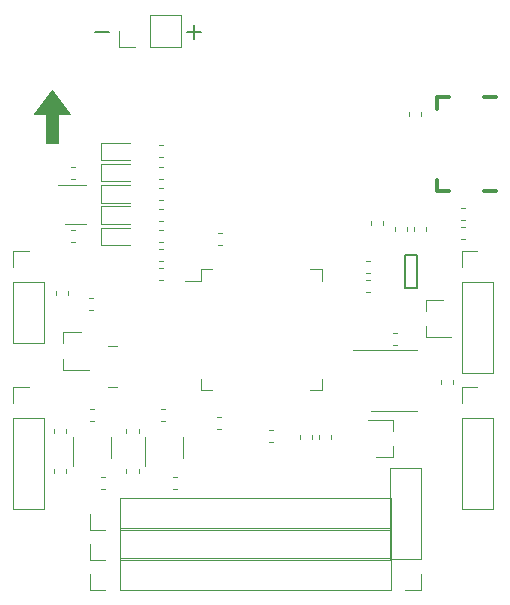
<source format=gto>
G04 #@! TF.GenerationSoftware,KiCad,Pcbnew,(5.1.2)-1*
G04 #@! TF.CreationDate,2019-05-17T16:38:47+12:00*
G04 #@! TF.ProjectId,SimpleFCv2,53696d70-6c65-4464-9376-322e6b696361,rev?*
G04 #@! TF.SameCoordinates,Original*
G04 #@! TF.FileFunction,Legend,Top*
G04 #@! TF.FilePolarity,Positive*
%FSLAX46Y46*%
G04 Gerber Fmt 4.6, Leading zero omitted, Abs format (unit mm)*
G04 Created by KiCad (PCBNEW (5.1.2)-1) date 2019-05-17 16:38:47*
%MOMM*%
%LPD*%
G04 APERTURE LIST*
%ADD10C,0.200000*%
%ADD11C,0.100000*%
%ADD12C,0.120000*%
%ADD13C,0.150000*%
%ADD14C,0.304800*%
G04 APERTURE END LIST*
D10*
X141428571Y-75107142D02*
X142571428Y-75107142D01*
X142000000Y-75678571D02*
X142000000Y-74535714D01*
X133628571Y-75107142D02*
X134771428Y-75107142D01*
D11*
G36*
X131500000Y-82000000D02*
G01*
X130500000Y-82000000D01*
X130500000Y-84500000D01*
X129500000Y-84500000D01*
X129500000Y-82000000D01*
X128500000Y-82000000D01*
X130000000Y-80000000D01*
X131500000Y-82000000D01*
G37*
X131500000Y-82000000D02*
X130500000Y-82000000D01*
X130500000Y-84500000D01*
X129500000Y-84500000D01*
X129500000Y-82000000D01*
X128500000Y-82000000D01*
X130000000Y-80000000D01*
X131500000Y-82000000D01*
D12*
X151860000Y-105410000D02*
X152810000Y-105410000D01*
X152810000Y-105410000D02*
X152810000Y-104460000D01*
X143540000Y-105410000D02*
X142590000Y-105410000D01*
X142590000Y-105410000D02*
X142590000Y-104460000D01*
X151860000Y-95190000D02*
X152810000Y-95190000D01*
X152810000Y-95190000D02*
X152810000Y-96140000D01*
X143540000Y-95190000D02*
X142590000Y-95190000D01*
X142590000Y-95190000D02*
X142590000Y-96140000D01*
X142590000Y-96140000D02*
X141250000Y-96140000D01*
X133103733Y-98610000D02*
X133446267Y-98610000D01*
X133103733Y-97590000D02*
X133446267Y-97590000D01*
X152010000Y-109228733D02*
X152010000Y-109571267D01*
X150990000Y-109228733D02*
X150990000Y-109571267D01*
X156528733Y-97110000D02*
X156871267Y-97110000D01*
X156528733Y-96090000D02*
X156871267Y-96090000D01*
X139396267Y-94510000D02*
X139053733Y-94510000D01*
X139396267Y-93490000D02*
X139053733Y-93490000D01*
X139396267Y-95090000D02*
X139053733Y-95090000D01*
X139396267Y-96110000D02*
X139053733Y-96110000D01*
X144296267Y-107690000D02*
X143953733Y-107690000D01*
X144296267Y-108710000D02*
X143953733Y-108710000D01*
X153610000Y-109228733D02*
X153610000Y-109571267D01*
X152590000Y-109228733D02*
X152590000Y-109571267D01*
X156528733Y-95510000D02*
X156871267Y-95510000D01*
X156528733Y-94490000D02*
X156871267Y-94490000D01*
X144003733Y-93110000D02*
X144346267Y-93110000D01*
X144003733Y-92090000D02*
X144346267Y-92090000D01*
X139228733Y-106990000D02*
X139571267Y-106990000D01*
X139228733Y-108010000D02*
X139571267Y-108010000D01*
X137310000Y-109071267D02*
X137310000Y-108728733D01*
X136290000Y-109071267D02*
X136290000Y-108728733D01*
X133228733Y-108010000D02*
X133571267Y-108010000D01*
X133228733Y-106990000D02*
X133571267Y-106990000D01*
X159196267Y-101610000D02*
X158853733Y-101610000D01*
X159196267Y-100590000D02*
X158853733Y-100590000D01*
X130190000Y-109071267D02*
X130190000Y-108728733D01*
X131210000Y-109071267D02*
X131210000Y-108728733D01*
X164946267Y-89990000D02*
X164603733Y-89990000D01*
X164946267Y-91010000D02*
X164603733Y-91010000D01*
X130940000Y-100520000D02*
X132400000Y-100520000D01*
X130940000Y-103680000D02*
X133100000Y-103680000D01*
X130940000Y-103680000D02*
X130940000Y-102750000D01*
X130940000Y-100520000D02*
X130940000Y-101450000D01*
X134165000Y-93135000D02*
X136625000Y-93135000D01*
X134165000Y-91665000D02*
X134165000Y-93135000D01*
X136625000Y-91665000D02*
X134165000Y-91665000D01*
X136625000Y-88065000D02*
X134165000Y-88065000D01*
X134165000Y-88065000D02*
X134165000Y-89535000D01*
X134165000Y-89535000D02*
X136625000Y-89535000D01*
X136625000Y-89865000D02*
X134165000Y-89865000D01*
X134165000Y-89865000D02*
X134165000Y-91335000D01*
X134165000Y-91335000D02*
X136625000Y-91335000D01*
X134165000Y-85935000D02*
X136625000Y-85935000D01*
X134165000Y-84465000D02*
X134165000Y-85935000D01*
X136625000Y-84465000D02*
X134165000Y-84465000D01*
X161640000Y-97770000D02*
X163100000Y-97770000D01*
X161640000Y-100930000D02*
X163800000Y-100930000D01*
X161640000Y-100930000D02*
X161640000Y-100000000D01*
X161640000Y-97770000D02*
X161640000Y-98700000D01*
D13*
X160850000Y-96800000D02*
X159850000Y-96800000D01*
X160850000Y-94000000D02*
X159850000Y-94000000D01*
X160850000Y-94000000D02*
X160850000Y-96800000D01*
X159850000Y-96800000D02*
X159850000Y-94000000D01*
D12*
X158860000Y-111080000D02*
X158860000Y-110150000D01*
X158860000Y-107920000D02*
X158860000Y-108850000D01*
X158860000Y-107920000D02*
X156700000Y-107920000D01*
X158860000Y-111080000D02*
X157400000Y-111080000D01*
X140870000Y-76330000D02*
X140870000Y-73670000D01*
X138270000Y-76330000D02*
X140870000Y-76330000D01*
X138270000Y-73670000D02*
X140870000Y-73670000D01*
X138270000Y-76330000D02*
X138270000Y-73670000D01*
X137000000Y-76330000D02*
X135670000Y-76330000D01*
X135670000Y-76330000D02*
X135670000Y-75000000D01*
X164670000Y-105170000D02*
X166000000Y-105170000D01*
X164670000Y-106500000D02*
X164670000Y-105170000D01*
X164670000Y-107770000D02*
X167330000Y-107770000D01*
X167330000Y-107770000D02*
X167330000Y-115450000D01*
X164670000Y-107770000D02*
X164670000Y-115450000D01*
X164670000Y-115450000D02*
X167330000Y-115450000D01*
X164670000Y-103950000D02*
X167330000Y-103950000D01*
X164670000Y-96270000D02*
X164670000Y-103950000D01*
X167330000Y-96270000D02*
X167330000Y-103950000D01*
X164670000Y-96270000D02*
X167330000Y-96270000D01*
X164670000Y-95000000D02*
X164670000Y-93670000D01*
X164670000Y-93670000D02*
X166000000Y-93670000D01*
X158690000Y-117250000D02*
X158690000Y-114590000D01*
X135770000Y-117250000D02*
X158690000Y-117250000D01*
X135770000Y-114590000D02*
X158690000Y-114590000D01*
X135770000Y-117250000D02*
X135770000Y-114590000D01*
X134500000Y-117250000D02*
X133170000Y-117250000D01*
X133170000Y-117250000D02*
X133170000Y-115920000D01*
X133170000Y-119780000D02*
X133170000Y-118450000D01*
X134500000Y-119780000D02*
X133170000Y-119780000D01*
X135770000Y-119780000D02*
X135770000Y-117120000D01*
X135770000Y-117120000D02*
X158690000Y-117120000D01*
X135770000Y-119780000D02*
X158690000Y-119780000D01*
X158690000Y-119780000D02*
X158690000Y-117120000D01*
X158690000Y-122330000D02*
X158690000Y-119670000D01*
X135770000Y-122330000D02*
X158690000Y-122330000D01*
X135770000Y-119670000D02*
X158690000Y-119670000D01*
X135770000Y-122330000D02*
X135770000Y-119670000D01*
X134500000Y-122330000D02*
X133170000Y-122330000D01*
X133170000Y-122330000D02*
X133170000Y-121000000D01*
X126670000Y-101410000D02*
X129330000Y-101410000D01*
X126670000Y-96270000D02*
X126670000Y-101410000D01*
X129330000Y-96270000D02*
X129330000Y-101410000D01*
X126670000Y-96270000D02*
X129330000Y-96270000D01*
X126670000Y-95000000D02*
X126670000Y-93670000D01*
X126670000Y-93670000D02*
X128000000Y-93670000D01*
X126670000Y-105170000D02*
X128000000Y-105170000D01*
X126670000Y-106500000D02*
X126670000Y-105170000D01*
X126670000Y-107770000D02*
X129330000Y-107770000D01*
X129330000Y-107770000D02*
X129330000Y-115450000D01*
X126670000Y-107770000D02*
X126670000Y-115450000D01*
X126670000Y-115450000D02*
X129330000Y-115450000D01*
D14*
X162620580Y-88592880D02*
X163601020Y-88592880D01*
X163601020Y-88592880D02*
X163601020Y-88597960D01*
X162600260Y-88597960D02*
X162600260Y-87599740D01*
X163601020Y-80602040D02*
X162600260Y-80602040D01*
X162600260Y-80602040D02*
X162600260Y-81600260D01*
X166598220Y-88597960D02*
X167598980Y-88597960D01*
X166598220Y-80602040D02*
X167598980Y-80602040D01*
D12*
X131310000Y-97396267D02*
X131310000Y-97053733D01*
X130290000Y-97396267D02*
X130290000Y-97053733D01*
X148696267Y-109810000D02*
X148353733Y-109810000D01*
X148696267Y-108790000D02*
X148353733Y-108790000D01*
X156990000Y-91421267D02*
X156990000Y-91078733D01*
X158010000Y-91421267D02*
X158010000Y-91078733D01*
X139053733Y-91890000D02*
X139396267Y-91890000D01*
X139053733Y-92910000D02*
X139396267Y-92910000D01*
X139053733Y-88290000D02*
X139396267Y-88290000D01*
X139053733Y-89310000D02*
X139396267Y-89310000D01*
X139053733Y-90090000D02*
X139396267Y-90090000D01*
X139053733Y-91110000D02*
X139396267Y-91110000D01*
X139053733Y-85710000D02*
X139396267Y-85710000D01*
X139053733Y-84690000D02*
X139396267Y-84690000D01*
X136290000Y-112128733D02*
X136290000Y-112471267D01*
X137310000Y-112128733D02*
X137310000Y-112471267D01*
X140228733Y-112790000D02*
X140571267Y-112790000D01*
X140228733Y-113810000D02*
X140571267Y-113810000D01*
X163910000Y-104871267D02*
X163910000Y-104528733D01*
X162890000Y-104871267D02*
X162890000Y-104528733D01*
X130190000Y-112128733D02*
X130190000Y-112471267D01*
X131210000Y-112128733D02*
X131210000Y-112471267D01*
X134128733Y-112790000D02*
X134471267Y-112790000D01*
X134128733Y-113810000D02*
X134471267Y-113810000D01*
X159040000Y-91946267D02*
X159040000Y-91603733D01*
X160060000Y-91946267D02*
X160060000Y-91603733D01*
X161660000Y-91946267D02*
X161660000Y-91603733D01*
X160640000Y-91946267D02*
X160640000Y-91603733D01*
X160190000Y-81853733D02*
X160190000Y-82196267D01*
X161210000Y-81853733D02*
X161210000Y-82196267D01*
X164603733Y-91590000D02*
X164946267Y-91590000D01*
X164603733Y-92610000D02*
X164946267Y-92610000D01*
X135500000Y-105120000D02*
X134700000Y-105120000D01*
X135500000Y-101680000D02*
X134700000Y-101680000D01*
X137890000Y-109400000D02*
X137890000Y-111850000D01*
X141110000Y-111200000D02*
X141110000Y-109400000D01*
X135010000Y-111200000D02*
X135010000Y-109400000D01*
X131790000Y-109400000D02*
X131790000Y-111850000D01*
X158900000Y-107160000D02*
X160850000Y-107160000D01*
X158900000Y-107160000D02*
X156950000Y-107160000D01*
X158900000Y-102040000D02*
X160850000Y-102040000D01*
X158900000Y-102040000D02*
X155450000Y-102040000D01*
X136625000Y-86265000D02*
X134165000Y-86265000D01*
X134165000Y-86265000D02*
X134165000Y-87735000D01*
X134165000Y-87735000D02*
X136625000Y-87735000D01*
X131100000Y-91310000D02*
X132900000Y-91310000D01*
X132900000Y-88090000D02*
X130450000Y-88090000D01*
X131971267Y-86490000D02*
X131628733Y-86490000D01*
X131971267Y-87510000D02*
X131628733Y-87510000D01*
X131971267Y-92910000D02*
X131628733Y-92910000D01*
X131971267Y-91890000D02*
X131628733Y-91890000D01*
X139053733Y-86490000D02*
X139396267Y-86490000D01*
X139053733Y-87510000D02*
X139396267Y-87510000D01*
X161230000Y-112050000D02*
X158570000Y-112050000D01*
X161230000Y-119730000D02*
X161230000Y-112050000D01*
X158570000Y-119730000D02*
X158570000Y-112050000D01*
X161230000Y-119730000D02*
X158570000Y-119730000D01*
X161230000Y-121000000D02*
X161230000Y-122330000D01*
X161230000Y-122330000D02*
X159900000Y-122330000D01*
M02*

</source>
